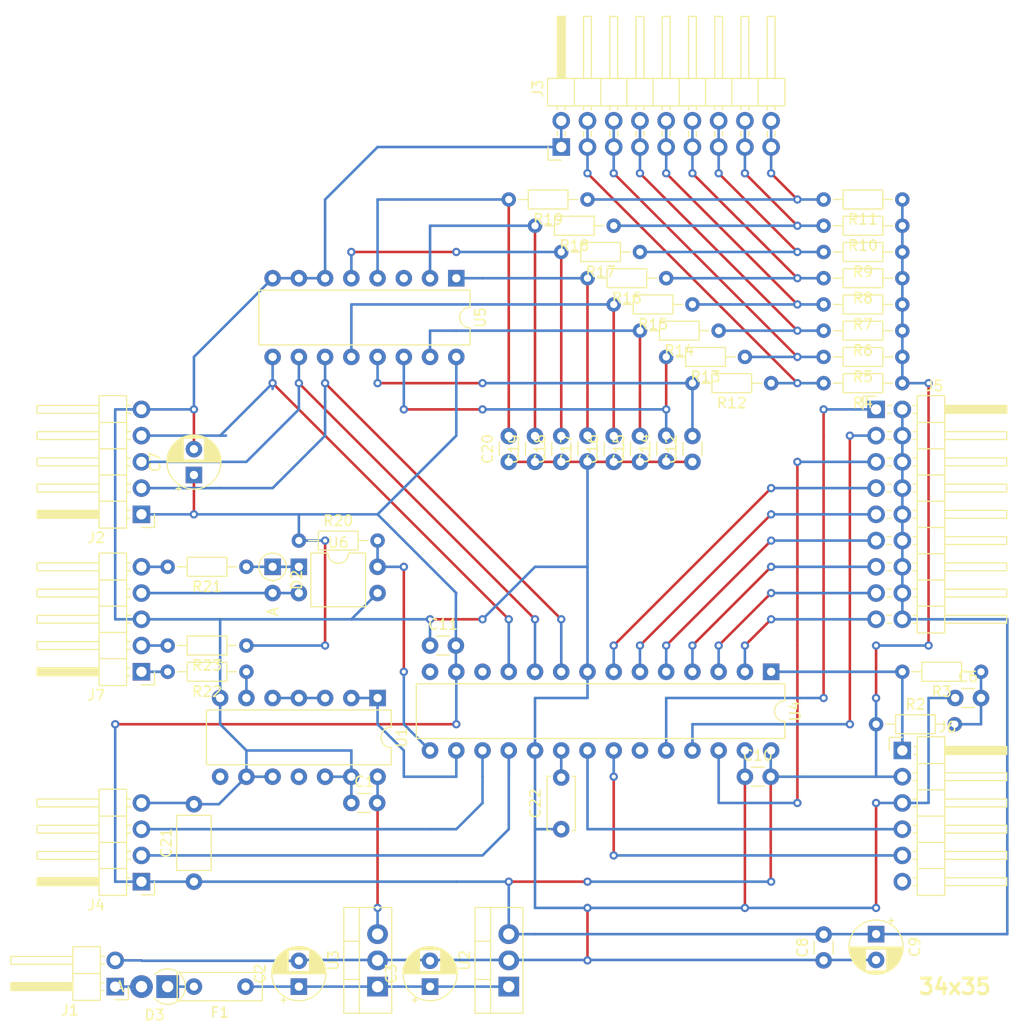
<source format=kicad_pcb>
(kicad_pcb (version 20171130) (host pcbnew 5.1.9-1.fc33)
  (layers (0 F.Cu signal) (1 In1.Cu signal hide) (2 In2.Cu signal) (31 B.Cu signal) (34 B.Paste user) (35 F.Paste user) (36 B.SilkS user) (37 F.SilkS user) (38 B.Mask user) (39 F.Mask user) (44 Edge.Cuts user))
  (net 0 "")
  (net 1 +5V)
  (net 2 GND)
  (net 3 "Net-(C2-Pad1)")
  (net 4 "Net-(C6-Pad2)")
  (net 5 VDD)
  (net 6 "Net-(C12-Pad2)")
  (net 7 "Net-(C14-Pad2)")
  (net 8 "Net-(C15-Pad2)")
  (net 9 "Net-(C16-Pad2)")
  (net 10 "Net-(C17-Pad2)")
  (net 11 "Net-(C18-Pad2)")
  (net 12 "Net-(C19-Pad2)")
  (net 13 "Net-(C20-Pad2)")
  (net 14 "Net-(C22-Pad2)")
  (net 15 "Net-(D2-Pad2)")
  (net 16 "Net-(D2-Pad1)")
  (net 17 "Net-(J2-Pad4)")
  (net 18 "Net-(J2-Pad3)")
  (net 19 "Net-(J2-Pad2)")
  (net 20 "Net-(J3-Pad17)")
  (net 21 "Net-(J3-Pad15)")
  (net 22 "Net-(J3-Pad13)")
  (net 23 "Net-(J3-Pad11)")
  (net 24 "Net-(J3-Pad10)")
  (net 25 "Net-(J3-Pad7)")
  (net 26 "Net-(J3-Pad5)")
  (net 27 "Net-(J3-Pad3)")
  (net 28 "Net-(J4-Pad3)")
  (net 29 "Net-(J4-Pad2)")
  (net 30 "Net-(J5-Pad17)")
  (net 31 "Net-(J5-Pad15)")
  (net 32 "Net-(J5-Pad13)")
  (net 33 "Net-(J5-Pad11)")
  (net 34 "Net-(J5-Pad9)")
  (net 35 "Net-(J5-Pad7)")
  (net 36 "Net-(J5-Pad5)")
  (net 37 "Net-(J5-Pad3)")
  (net 38 "Net-(J5-Pad1)")
  (net 39 "Net-(J6-Pad5)")
  (net 40 "Net-(J6-Pad4)")
  (net 41 "Net-(J6-Pad1)")
  (net 42 "Net-(J7-Pad5)")
  (net 43 "Net-(J7-Pad2)")
  (net 44 "Net-(J7-Pad1)")
  (net 45 "Net-(R20-Pad2)")
  (net 46 "Net-(R22-Pad1)")
  (net 47 "Net-(U1-Pad3)")
  (net 48 "Net-(U1-Pad1)")
  (net 49 "Net-(U4-Pad23)")
  (net 50 "Net-(D3-Pad2)")
  (net 51 "Net-(D3-Pad1)")
  (module Diode_THT:D_DO-41_SOD81_P2.54mm_Vertical_AnodeUp (layer F.Cu) (at 109.22 137.16 180)
    (fp_text reference D3 (at 1.27 -2.750635) (layer F.SilkS))
    (fp_text value 1N4007)
    (fp_text user A (at 4.64 0) (layer F.SilkS))
    (pad 2 thru_hole oval (at 2.54 0 180) (size 2.2 2.2) (drill 1.1) (layers *.Cu *.Mask) (net 50 "Net-(D3-Pad2)"))
    (pad 1 thru_hole rect (at 0 0 180) (size 2.2 2.2) (drill 1.1) (layers *.Cu *.Mask) (net 51 "Net-(D3-Pad1)"))
  )
  (module Package_DIP:DIP-28_W7.62mm (layer F.Cu) (at 167.64 106.68 270)
    (fp_text reference U4 (at 3.81 -2.33 90) (layer F.SilkS))
    (fp_text value PIC32MX110F016B-I_SP)
    (pad 1 thru_hole rect (at 0 0 270) (size 1.6 1.6) (drill 0.8) (layers *.Cu *.Mask) (net 41 "Net-(J6-Pad1)"))
    (pad 15 thru_hole oval (at 7.62 33.02 270) (size 1.6 1.6) (drill 0.8) (layers *.Cu *.Mask) (net 45 "Net-(R20-Pad2)"))
    (pad 2 thru_hole oval (at 0 2.54 270) (size 1.6 1.6) (drill 0.8) (layers *.Cu *.Mask) (net 30 "Net-(J5-Pad17)"))
    (pad 16 thru_hole oval (at 7.62 30.48 270) (size 1.6 1.6) (drill 0.8) (layers *.Cu *.Mask) (net 48 "Net-(U1-Pad1)"))
    (pad 3 thru_hole oval (at 0 5.08 270) (size 1.6 1.6) (drill 0.8) (layers *.Cu *.Mask) (net 31 "Net-(J5-Pad15)"))
    (pad 17 thru_hole oval (at 7.62 27.94 270) (size 1.6 1.6) (drill 0.8) (layers *.Cu *.Mask) (net 28 "Net-(J4-Pad3)"))
    (pad 4 thru_hole oval (at 0 7.62 270) (size 1.6 1.6) (drill 0.8) (layers *.Cu *.Mask) (net 32 "Net-(J5-Pad13)"))
    (pad 18 thru_hole oval (at 7.62 25.4 270) (size 1.6 1.6) (drill 0.8) (layers *.Cu *.Mask) (net 29 "Net-(J4-Pad2)"))
    (pad 5 thru_hole oval (at 0 10.16 270) (size 1.6 1.6) (drill 0.8) (layers *.Cu *.Mask) (net 33 "Net-(J5-Pad11)"))
    (pad 19 thru_hole oval (at 7.62 22.86 270) (size 1.6 1.6) (drill 0.8) (layers *.Cu *.Mask) (net 2 GND))
    (pad 6 thru_hole oval (at 0 12.7 270) (size 1.6 1.6) (drill 0.8) (layers *.Cu *.Mask) (net 34 "Net-(J5-Pad9)"))
    (pad 20 thru_hole oval (at 7.62 20.32 270) (size 1.6 1.6) (drill 0.8) (layers *.Cu *.Mask) (net 14 "Net-(C22-Pad2)"))
    (pad 7 thru_hole oval (at 0 15.24 270) (size 1.6 1.6) (drill 0.8) (layers *.Cu *.Mask) (net 35 "Net-(J5-Pad7)"))
    (pad 21 thru_hole oval (at 7.62 17.78 270) (size 1.6 1.6) (drill 0.8) (layers *.Cu *.Mask) (net 40 "Net-(J6-Pad4)"))
    (pad 8 thru_hole oval (at 0 17.78 270) (size 1.6 1.6) (drill 0.8) (layers *.Cu *.Mask) (net 2 GND))
    (pad 22 thru_hole oval (at 7.62 15.24 270) (size 1.6 1.6) (drill 0.8) (layers *.Cu *.Mask) (net 39 "Net-(J6-Pad5)"))
    (pad 9 thru_hole oval (at 0 20.32 270) (size 1.6 1.6) (drill 0.8) (layers *.Cu *.Mask) (net 19 "Net-(J2-Pad2)"))
    (pad 23 thru_hole oval (at 7.62 12.7 270) (size 1.6 1.6) (drill 0.8) (layers *.Cu *.Mask) (net 49 "Net-(U4-Pad23)"))
    (pad 10 thru_hole oval (at 0 22.86 270) (size 1.6 1.6) (drill 0.8) (layers *.Cu *.Mask) (net 18 "Net-(J2-Pad3)"))
    (pad 24 thru_hole oval (at 7.62 10.16 270) (size 1.6 1.6) (drill 0.8) (layers *.Cu *.Mask) (net 38 "Net-(J5-Pad1)"))
    (pad 11 thru_hole oval (at 0 25.4 270) (size 1.6 1.6) (drill 0.8) (layers *.Cu *.Mask) (net 17 "Net-(J2-Pad4)"))
    (pad 25 thru_hole oval (at 7.62 7.62 270) (size 1.6 1.6) (drill 0.8) (layers *.Cu *.Mask) (net 37 "Net-(J5-Pad3)"))
    (pad 12 thru_hole oval (at 0 27.94 270) (size 1.6 1.6) (drill 0.8) (layers *.Cu *.Mask))
    (pad 26 thru_hole oval (at 7.62 5.08 270) (size 1.6 1.6) (drill 0.8) (layers *.Cu *.Mask) (net 36 "Net-(J5-Pad5)"))
    (pad 13 thru_hole oval (at 0 30.48 270) (size 1.6 1.6) (drill 0.8) (layers *.Cu *.Mask) (net 5 VDD))
    (pad 27 thru_hole oval (at 7.62 2.54 270) (size 1.6 1.6) (drill 0.8) (layers *.Cu *.Mask) (net 2 GND))
    (pad 14 thru_hole oval (at 0 33.02 270) (size 1.6 1.6) (drill 0.8) (layers *.Cu *.Mask))
    (pad 28 thru_hole oval (at 7.62 0 270) (size 1.6 1.6) (drill 0.8) (layers *.Cu *.Mask) (net 5 VDD))
  )
  (module Diode_THT:D_DO-35_SOD27_P2.54mm_Vertical_AnodeUp (layer F.Cu) (at 119.38 96.52 270)
    (fp_text reference D2 (at 1.27 -2.326371 270) (layer F.SilkS))
    (fp_text value 1SS178)
    (fp_text user A (at 4.34 0 270) (layer F.SilkS))
    (pad 2 thru_hole oval (at 2.54 0 270) (size 1.6 1.6) (drill 0.8) (layers *.Cu *.Mask) (net 15 "Net-(D2-Pad2)"))
    (pad 1 thru_hole rect (at 0 0 270) (size 1.6 1.6) (drill 0.8) (layers *.Cu *.Mask) (net 16 "Net-(D2-Pad1)"))
  )
  (module Capacitor_THT:C_Axial_L5.1mm_D3.1mm_P7.50mm_Horizontal (layer F.Cu) (at 111.76 127 90)
    (fp_text reference C21 (at 3.75 -2.67 90) (layer F.SilkS))
    (fp_text value 10u)
    (pad 2 thru_hole oval (at 7.5 0 90) (size 1.6 1.6) (drill 0.8) (layers *.Cu *.Mask) (net 2 GND))
    (pad 1 thru_hole circle (at 0 0 90) (size 1.6 1.6) (drill 0.8) (layers *.Cu *.Mask) (net 5 VDD))
  )
  (module Connector_PinHeader_2.54mm:PinHeader_1x06_P2.54mm_Horizontal (layer F.Cu) (at 180.34 114.3)
    (fp_text reference J6 (at 4.385 -2.27) (layer F.SilkS))
    (fp_text value Conn_PIC_ICSP_ICD)
    (pad 1 thru_hole rect (at 0 0) (size 1.7 1.7) (drill 1) (layers *.Cu *.Mask) (net 41 "Net-(J6-Pad1)"))
    (pad 2 thru_hole oval (at 0 2.54) (size 1.7 1.7) (drill 1) (layers *.Cu *.Mask) (net 5 VDD))
    (pad 3 thru_hole oval (at 0 5.08) (size 1.7 1.7) (drill 1) (layers *.Cu *.Mask) (net 2 GND))
    (pad 4 thru_hole oval (at 0 7.62) (size 1.7 1.7) (drill 1) (layers *.Cu *.Mask) (net 40 "Net-(J6-Pad4)"))
    (pad 5 thru_hole oval (at 0 10.16) (size 1.7 1.7) (drill 1) (layers *.Cu *.Mask) (net 39 "Net-(J6-Pad5)"))
    (pad 6 thru_hole oval (at 0 12.7) (size 1.7 1.7) (drill 1) (layers *.Cu *.Mask))
  )
  (module Package_TO_SOT_THT:TO-220-3_Vertical (layer F.Cu) (at 129.54 137.16 90)
    (fp_text reference U3 (at 2.54 -4.27 90) (layer F.SilkS))
    (fp_text value BP5293-50)
    (pad 3 thru_hole oval (at 5.08 0 90) (size 1.905 2) (drill 1.1) (layers *.Cu *.Mask) (net 1 +5V))
    (pad 2 thru_hole oval (at 2.54 0 90) (size 1.905 2) (drill 1.1) (layers *.Cu *.Mask) (net 2 GND))
    (pad 1 thru_hole rect (at 0 0 90) (size 1.905 2) (drill 1.1) (layers *.Cu *.Mask) (net 3 "Net-(C2-Pad1)"))
  )
  (module Package_TO_SOT_THT:TO-220-3_Vertical (layer F.Cu) (at 142.24 137.16 90)
    (fp_text reference U2 (at 2.54 -4.27 90) (layer F.SilkS))
    (fp_text value BP5293-33)
    (pad 3 thru_hole oval (at 5.08 0 90) (size 1.905 2) (drill 1.1) (layers *.Cu *.Mask) (net 5 VDD))
    (pad 2 thru_hole oval (at 2.54 0 90) (size 1.905 2) (drill 1.1) (layers *.Cu *.Mask) (net 2 GND))
    (pad 1 thru_hole rect (at 0 0 90) (size 1.905 2) (drill 1.1) (layers *.Cu *.Mask) (net 3 "Net-(C2-Pad1)"))
  )
  (module Package_DIP:DIP-4_W7.62mm (layer F.Cu) (at 121.92 96.52)
    (fp_text reference U6 (at 3.81 -2.33) (layer F.SilkS))
    (fp_text value TLP785)
    (pad 4 thru_hole oval (at 7.62 0) (size 1.6 1.6) (drill 0.8) (layers *.Cu *.Mask) (net 45 "Net-(R20-Pad2)"))
    (pad 2 thru_hole oval (at 0 2.54) (size 1.6 1.6) (drill 0.8) (layers *.Cu *.Mask) (net 15 "Net-(D2-Pad2)"))
    (pad 3 thru_hole oval (at 7.62 2.54) (size 1.6 1.6) (drill 0.8) (layers *.Cu *.Mask) (net 2 GND))
    (pad 1 thru_hole rect (at 0 0) (size 1.6 1.6) (drill 0.8) (layers *.Cu *.Mask) (net 16 "Net-(D2-Pad1)"))
  )
  (module Package_DIP:DIP-16_W7.62mm (layer F.Cu) (at 137.16 68.58 270)
    (fp_text reference U5 (at 3.81 -2.33 90) (layer F.SilkS))
    (fp_text value 4051)
    (pad 16 thru_hole oval (at 7.62 0 270) (size 1.6 1.6) (drill 0.8) (layers *.Cu *.Mask) (net 5 VDD))
    (pad 8 thru_hole oval (at 0 17.78 270) (size 1.6 1.6) (drill 0.8) (layers *.Cu *.Mask) (net 2 GND))
    (pad 15 thru_hole oval (at 7.62 2.54 270) (size 1.6 1.6) (drill 0.8) (layers *.Cu *.Mask) (net 8 "Net-(C15-Pad2)"))
    (pad 7 thru_hole oval (at 0 15.24 270) (size 1.6 1.6) (drill 0.8) (layers *.Cu *.Mask) (net 2 GND))
    (pad 14 thru_hole oval (at 7.62 5.08 270) (size 1.6 1.6) (drill 0.8) (layers *.Cu *.Mask) (net 7 "Net-(C14-Pad2)"))
    (pad 6 thru_hole oval (at 0 12.7 270) (size 1.6 1.6) (drill 0.8) (layers *.Cu *.Mask) (net 2 GND))
    (pad 13 thru_hole oval (at 7.62 7.62 270) (size 1.6 1.6) (drill 0.8) (layers *.Cu *.Mask) (net 6 "Net-(C12-Pad2)"))
    (pad 5 thru_hole oval (at 0 10.16 270) (size 1.6 1.6) (drill 0.8) (layers *.Cu *.Mask) (net 11 "Net-(C18-Pad2)"))
    (pad 12 thru_hole oval (at 7.62 10.16 270) (size 1.6 1.6) (drill 0.8) (layers *.Cu *.Mask) (net 9 "Net-(C16-Pad2)"))
    (pad 4 thru_hole oval (at 0 7.62 270) (size 1.6 1.6) (drill 0.8) (layers *.Cu *.Mask) (net 13 "Net-(C20-Pad2)"))
    (pad 11 thru_hole oval (at 7.62 12.7 270) (size 1.6 1.6) (drill 0.8) (layers *.Cu *.Mask) (net 19 "Net-(J2-Pad2)"))
    (pad 3 thru_hole oval (at 0 5.08 270) (size 1.6 1.6) (drill 0.8) (layers *.Cu *.Mask) (net 49 "Net-(U4-Pad23)"))
    (pad 10 thru_hole oval (at 7.62 15.24 270) (size 1.6 1.6) (drill 0.8) (layers *.Cu *.Mask) (net 18 "Net-(J2-Pad3)"))
    (pad 2 thru_hole oval (at 0 2.54 270) (size 1.6 1.6) (drill 0.8) (layers *.Cu *.Mask) (net 12 "Net-(C19-Pad2)"))
    (pad 9 thru_hole oval (at 7.62 17.78 270) (size 1.6 1.6) (drill 0.8) (layers *.Cu *.Mask) (net 17 "Net-(J2-Pad4)"))
    (pad 1 thru_hole rect (at 0 0 270) (size 1.6 1.6) (drill 0.8) (layers *.Cu *.Mask) (net 10 "Net-(C17-Pad2)"))
  )
  (module Package_DIP:DIP-14_W7.62mm (layer F.Cu) (at 129.54 109.22 270)
    (fp_text reference U1 (at 3.81 -2.33 90) (layer F.SilkS))
    (fp_text value 74HC00)
    (pad 1 thru_hole rect (at 0 0 270) (size 1.6 1.6) (drill 0.8) (layers *.Cu *.Mask) (net 48 "Net-(U1-Pad1)"))
    (pad 8 thru_hole oval (at 7.62 15.24 270) (size 1.6 1.6) (drill 0.8) (layers *.Cu *.Mask))
    (pad 2 thru_hole oval (at 0 2.54 270) (size 1.6 1.6) (drill 0.8) (layers *.Cu *.Mask) (net 48 "Net-(U1-Pad1)"))
    (pad 9 thru_hole oval (at 7.62 12.7 270) (size 1.6 1.6) (drill 0.8) (layers *.Cu *.Mask) (net 2 GND))
    (pad 3 thru_hole oval (at 0 5.08 270) (size 1.6 1.6) (drill 0.8) (layers *.Cu *.Mask) (net 47 "Net-(U1-Pad3)"))
    (pad 10 thru_hole oval (at 7.62 10.16 270) (size 1.6 1.6) (drill 0.8) (layers *.Cu *.Mask) (net 2 GND))
    (pad 4 thru_hole oval (at 0 7.62 270) (size 1.6 1.6) (drill 0.8) (layers *.Cu *.Mask) (net 47 "Net-(U1-Pad3)"))
    (pad 11 thru_hole oval (at 7.62 7.62 270) (size 1.6 1.6) (drill 0.8) (layers *.Cu *.Mask))
    (pad 5 thru_hole oval (at 0 10.16 270) (size 1.6 1.6) (drill 0.8) (layers *.Cu *.Mask) (net 47 "Net-(U1-Pad3)"))
    (pad 12 thru_hole oval (at 7.62 5.08 270) (size 1.6 1.6) (drill 0.8) (layers *.Cu *.Mask) (net 2 GND))
    (pad 6 thru_hole oval (at 0 12.7 270) (size 1.6 1.6) (drill 0.8) (layers *.Cu *.Mask) (net 46 "Net-(R22-Pad1)"))
    (pad 13 thru_hole oval (at 7.62 2.54 270) (size 1.6 1.6) (drill 0.8) (layers *.Cu *.Mask) (net 2 GND))
    (pad 7 thru_hole oval (at 0 15.24 270) (size 1.6 1.6) (drill 0.8) (layers *.Cu *.Mask) (net 2 GND))
    (pad 14 thru_hole oval (at 7.62 0 270) (size 1.6 1.6) (drill 0.8) (layers *.Cu *.Mask) (net 1 +5V))
  )
  (module Resistor_THT:R_Axial_DIN0204_L3.6mm_D1.6mm_P7.62mm_Horizontal (layer F.Cu) (at 116.84 104.14 180)
    (fp_text reference R23 (at 3.81 -1.92) (layer F.SilkS))
    (fp_text value 220)
    (pad 2 thru_hole oval (at 7.62 0 180) (size 1.4 1.4) (drill 0.7) (layers *.Cu *.Mask) (net 43 "Net-(J7-Pad2)"))
    (pad 1 thru_hole circle (at 0 0 180) (size 1.4 1.4) (drill 0.7) (layers *.Cu *.Mask) (net 5 VDD))
  )
  (module Resistor_THT:R_Axial_DIN0204_L3.6mm_D1.6mm_P7.62mm_Horizontal (layer F.Cu) (at 116.84 106.68 180)
    (fp_text reference R22 (at 3.81 -1.92) (layer F.SilkS))
    (fp_text value 220)
    (pad 2 thru_hole oval (at 7.62 0 180) (size 1.4 1.4) (drill 0.7) (layers *.Cu *.Mask) (net 44 "Net-(J7-Pad1)"))
    (pad 1 thru_hole circle (at 0 0 180) (size 1.4 1.4) (drill 0.7) (layers *.Cu *.Mask) (net 46 "Net-(R22-Pad1)"))
  )
  (module Resistor_THT:R_Axial_DIN0204_L3.6mm_D1.6mm_P7.62mm_Horizontal (layer F.Cu) (at 116.84 96.52 180)
    (fp_text reference R21 (at 3.81 -1.92) (layer F.SilkS))
    (fp_text value 220)
    (pad 2 thru_hole oval (at 7.62 0 180) (size 1.4 1.4) (drill 0.7) (layers *.Cu *.Mask) (net 42 "Net-(J7-Pad5)"))
    (pad 1 thru_hole circle (at 0 0 180) (size 1.4 1.4) (drill 0.7) (layers *.Cu *.Mask) (net 16 "Net-(D2-Pad1)"))
  )
  (module Resistor_THT:R_Axial_DIN0204_L3.6mm_D1.6mm_P7.62mm_Horizontal (layer F.Cu) (at 121.92 93.98)
    (fp_text reference R20 (at 3.81 -1.92) (layer F.SilkS))
    (fp_text value 220)
    (pad 2 thru_hole oval (at 7.62 0) (size 1.4 1.4) (drill 0.7) (layers *.Cu *.Mask) (net 45 "Net-(R20-Pad2)"))
    (pad 1 thru_hole circle (at 0 0) (size 1.4 1.4) (drill 0.7) (layers *.Cu *.Mask) (net 5 VDD))
  )
  (module Resistor_THT:R_Axial_DIN0204_L3.6mm_D1.6mm_P7.62mm_Horizontal (layer F.Cu) (at 149.86 60.96 180)
    (fp_text reference R19 (at 3.81 -1.92) (layer F.SilkS))
    (fp_text value 10k)
    (pad 2 thru_hole oval (at 7.62 0 180) (size 1.4 1.4) (drill 0.7) (layers *.Cu *.Mask) (net 13 "Net-(C20-Pad2)"))
    (pad 1 thru_hole circle (at 0 0 180) (size 1.4 1.4) (drill 0.7) (layers *.Cu *.Mask) (net 20 "Net-(J3-Pad17)"))
  )
  (module Resistor_THT:R_Axial_DIN0204_L3.6mm_D1.6mm_P7.62mm_Horizontal (layer F.Cu) (at 152.4 63.5 180)
    (fp_text reference R18 (at 3.81 -1.92) (layer F.SilkS))
    (fp_text value 10k)
    (pad 2 thru_hole oval (at 7.62 0 180) (size 1.4 1.4) (drill 0.7) (layers *.Cu *.Mask) (net 12 "Net-(C19-Pad2)"))
    (pad 1 thru_hole circle (at 0 0 180) (size 1.4 1.4) (drill 0.7) (layers *.Cu *.Mask) (net 21 "Net-(J3-Pad15)"))
  )
  (module Resistor_THT:R_Axial_DIN0204_L3.6mm_D1.6mm_P7.62mm_Horizontal (layer F.Cu) (at 154.94 66.04 180)
    (fp_text reference R17 (at 3.81 -1.92) (layer F.SilkS))
    (fp_text value 10k)
    (pad 2 thru_hole oval (at 7.62 0 180) (size 1.4 1.4) (drill 0.7) (layers *.Cu *.Mask) (net 11 "Net-(C18-Pad2)"))
    (pad 1 thru_hole circle (at 0 0 180) (size 1.4 1.4) (drill 0.7) (layers *.Cu *.Mask) (net 22 "Net-(J3-Pad13)"))
  )
  (module Resistor_THT:R_Axial_DIN0204_L3.6mm_D1.6mm_P7.62mm_Horizontal (layer F.Cu) (at 157.48 68.58 180)
    (fp_text reference R16 (at 3.81 -1.92) (layer F.SilkS))
    (fp_text value 10k)
    (pad 2 thru_hole oval (at 7.62 0 180) (size 1.4 1.4) (drill 0.7) (layers *.Cu *.Mask) (net 10 "Net-(C17-Pad2)"))
    (pad 1 thru_hole circle (at 0 0 180) (size 1.4 1.4) (drill 0.7) (layers *.Cu *.Mask) (net 23 "Net-(J3-Pad11)"))
  )
  (module Resistor_THT:R_Axial_DIN0204_L3.6mm_D1.6mm_P7.62mm_Horizontal (layer F.Cu) (at 160.02 71.12 180)
    (fp_text reference R15 (at 3.81 -1.92) (layer F.SilkS))
    (fp_text value 10k)
    (pad 2 thru_hole oval (at 7.62 0 180) (size 1.4 1.4) (drill 0.7) (layers *.Cu *.Mask) (net 9 "Net-(C16-Pad2)"))
    (pad 1 thru_hole circle (at 0 0 180) (size 1.4 1.4) (drill 0.7) (layers *.Cu *.Mask) (net 24 "Net-(J3-Pad10)"))
  )
  (module Resistor_THT:R_Axial_DIN0204_L3.6mm_D1.6mm_P7.62mm_Horizontal (layer F.Cu) (at 162.56 73.66 180)
    (fp_text reference R14 (at 3.81 -1.92) (layer F.SilkS))
    (fp_text value 10k)
    (pad 2 thru_hole oval (at 7.62 0 180) (size 1.4 1.4) (drill 0.7) (layers *.Cu *.Mask) (net 8 "Net-(C15-Pad2)"))
    (pad 1 thru_hole circle (at 0 0 180) (size 1.4 1.4) (drill 0.7) (layers *.Cu *.Mask) (net 25 "Net-(J3-Pad7)"))
  )
  (module Resistor_THT:R_Axial_DIN0204_L3.6mm_D1.6mm_P7.62mm_Horizontal (layer F.Cu) (at 165.1 76.2 180)
    (fp_text reference R13 (at 3.81 -1.92) (layer F.SilkS))
    (fp_text value 10k)
    (pad 2 thru_hole oval (at 7.62 0 180) (size 1.4 1.4) (drill 0.7) (layers *.Cu *.Mask) (net 7 "Net-(C14-Pad2)"))
    (pad 1 thru_hole circle (at 0 0 180) (size 1.4 1.4) (drill 0.7) (layers *.Cu *.Mask) (net 26 "Net-(J3-Pad5)"))
  )
  (module Resistor_THT:R_Axial_DIN0204_L3.6mm_D1.6mm_P7.62mm_Horizontal (layer F.Cu) (at 167.64 78.74 180)
    (fp_text reference R12 (at 3.81 -1.92) (layer F.SilkS))
    (fp_text value 10k)
    (pad 2 thru_hole oval (at 7.62 0 180) (size 1.4 1.4) (drill 0.7) (layers *.Cu *.Mask) (net 6 "Net-(C12-Pad2)"))
    (pad 1 thru_hole circle (at 0 0 180) (size 1.4 1.4) (drill 0.7) (layers *.Cu *.Mask) (net 27 "Net-(J3-Pad3)"))
  )
  (module Resistor_THT:R_Axial_DIN0204_L3.6mm_D1.6mm_P7.62mm_Horizontal (layer F.Cu) (at 180.34 60.96 180)
    (fp_text reference R11 (at 3.81 -1.92) (layer F.SilkS))
    (fp_text value 10k)
    (pad 2 thru_hole oval (at 7.62 0 180) (size 1.4 1.4) (drill 0.7) (layers *.Cu *.Mask) (net 20 "Net-(J3-Pad17)"))
    (pad 1 thru_hole circle (at 0 0 180) (size 1.4 1.4) (drill 0.7) (layers *.Cu *.Mask) (net 5 VDD))
  )
  (module Resistor_THT:R_Axial_DIN0204_L3.6mm_D1.6mm_P7.62mm_Horizontal (layer F.Cu) (at 180.34 63.5 180)
    (fp_text reference R10 (at 3.81 -1.92) (layer F.SilkS))
    (fp_text value 10k)
    (pad 2 thru_hole oval (at 7.62 0 180) (size 1.4 1.4) (drill 0.7) (layers *.Cu *.Mask) (net 21 "Net-(J3-Pad15)"))
    (pad 1 thru_hole circle (at 0 0 180) (size 1.4 1.4) (drill 0.7) (layers *.Cu *.Mask) (net 5 VDD))
  )
  (module Resistor_THT:R_Axial_DIN0204_L3.6mm_D1.6mm_P7.62mm_Horizontal (layer F.Cu) (at 180.34 66.04 180)
    (fp_text reference R9 (at 3.81 -1.92) (layer F.SilkS))
    (fp_text value 10k)
    (pad 2 thru_hole oval (at 7.62 0 180) (size 1.4 1.4) (drill 0.7) (layers *.Cu *.Mask) (net 22 "Net-(J3-Pad13)"))
    (pad 1 thru_hole circle (at 0 0 180) (size 1.4 1.4) (drill 0.7) (layers *.Cu *.Mask) (net 5 VDD))
  )
  (module Resistor_THT:R_Axial_DIN0204_L3.6mm_D1.6mm_P7.62mm_Horizontal (layer F.Cu) (at 180.34 68.58 180)
    (fp_text reference R8 (at 3.81 -1.92) (layer F.SilkS))
    (fp_text value 10k)
    (pad 2 thru_hole oval (at 7.62 0 180) (size 1.4 1.4) (drill 0.7) (layers *.Cu *.Mask) (net 23 "Net-(J3-Pad11)"))
    (pad 1 thru_hole circle (at 0 0 180) (size 1.4 1.4) (drill 0.7) (layers *.Cu *.Mask) (net 5 VDD))
  )
  (module Resistor_THT:R_Axial_DIN0204_L3.6mm_D1.6mm_P7.62mm_Horizontal (layer F.Cu) (at 180.34 71.12 180)
    (fp_text reference R7 (at 3.81 -1.92) (layer F.SilkS))
    (fp_text value 10k)
    (pad 2 thru_hole oval (at 7.62 0 180) (size 1.4 1.4) (drill 0.7) (layers *.Cu *.Mask) (net 24 "Net-(J3-Pad10)"))
    (pad 1 thru_hole circle (at 0 0 180) (size 1.4 1.4) (drill 0.7) (layers *.Cu *.Mask) (net 5 VDD))
  )
  (module Resistor_THT:R_Axial_DIN0204_L3.6mm_D1.6mm_P7.62mm_Horizontal (layer F.Cu) (at 180.34 73.66 180)
    (fp_text reference R6 (at 3.81 -1.92) (layer F.SilkS))
    (fp_text value 10k)
    (pad 2 thru_hole oval (at 7.62 0 180) (size 1.4 1.4) (drill 0.7) (layers *.Cu *.Mask) (net 25 "Net-(J3-Pad7)"))
    (pad 1 thru_hole circle (at 0 0 180) (size 1.4 1.4) (drill 0.7) (layers *.Cu *.Mask) (net 5 VDD))
  )
  (module Resistor_THT:R_Axial_DIN0204_L3.6mm_D1.6mm_P7.62mm_Horizontal (layer F.Cu) (at 180.34 76.2 180)
    (fp_text reference R5 (at 3.81 -1.92) (layer F.SilkS))
    (fp_text value 10k)
    (pad 2 thru_hole oval (at 7.62 0 180) (size 1.4 1.4) (drill 0.7) (layers *.Cu *.Mask) (net 26 "Net-(J3-Pad5)"))
    (pad 1 thru_hole circle (at 0 0 180) (size 1.4 1.4) (drill 0.7) (layers *.Cu *.Mask) (net 5 VDD))
  )
  (module Resistor_THT:R_Axial_DIN0204_L3.6mm_D1.6mm_P7.62mm_Horizontal (layer F.Cu) (at 180.34 78.74 180)
    (fp_text reference R4 (at 3.81 -1.92) (layer F.SilkS))
    (fp_text value 10k)
    (pad 2 thru_hole oval (at 7.62 0 180) (size 1.4 1.4) (drill 0.7) (layers *.Cu *.Mask) (net 27 "Net-(J3-Pad3)"))
    (pad 1 thru_hole circle (at 0 0 180) (size 1.4 1.4) (drill 0.7) (layers *.Cu *.Mask) (net 5 VDD))
  )
  (module Resistor_THT:R_Axial_DIN0204_L3.6mm_D1.6mm_P7.62mm_Horizontal (layer F.Cu) (at 187.96 106.68 180)
    (fp_text reference R3 (at 3.81 -1.92) (layer F.SilkS))
    (fp_text value 1k)
    (pad 2 thru_hole oval (at 7.62 0 180) (size 1.4 1.4) (drill 0.7) (layers *.Cu *.Mask) (net 41 "Net-(J6-Pad1)"))
    (pad 1 thru_hole circle (at 0 0 180) (size 1.4 1.4) (drill 0.7) (layers *.Cu *.Mask) (net 4 "Net-(C6-Pad2)"))
  )
  (module Resistor_THT:R_Axial_DIN0204_L3.6mm_D1.6mm_P7.62mm_Horizontal (layer F.Cu) (at 177.8 111.76)
    (fp_text reference R2 (at 3.81 -1.92) (layer F.SilkS))
    (fp_text value 10k)
    (pad 2 thru_hole oval (at 7.62 0) (size 1.4 1.4) (drill 0.7) (layers *.Cu *.Mask) (net 4 "Net-(C6-Pad2)"))
    (pad 1 thru_hole circle (at 0 0) (size 1.4 1.4) (drill 0.7) (layers *.Cu *.Mask) (net 5 VDD))
  )
  (module Connector_PinHeader_2.54mm:PinHeader_1x05_P2.54mm_Horizontal (layer F.Cu) (at 106.68 106.68 180)
    (fp_text reference J7 (at 4.385 -2.27) (layer F.SilkS))
    (fp_text value Conn_01x05_Male)
    (pad 5 thru_hole oval (at 0 10.16 180) (size 1.7 1.7) (drill 1) (layers *.Cu *.Mask) (net 42 "Net-(J7-Pad5)"))
    (pad 4 thru_hole oval (at 0 7.62 180) (size 1.7 1.7) (drill 1) (layers *.Cu *.Mask) (net 15 "Net-(D2-Pad2)"))
    (pad 3 thru_hole oval (at 0 5.08 180) (size 1.7 1.7) (drill 1) (layers *.Cu *.Mask) (net 2 GND))
    (pad 2 thru_hole oval (at 0 2.54 180) (size 1.7 1.7) (drill 1) (layers *.Cu *.Mask) (net 43 "Net-(J7-Pad2)"))
    (pad 1 thru_hole rect (at 0 0 180) (size 1.7 1.7) (drill 1) (layers *.Cu *.Mask) (net 44 "Net-(J7-Pad1)"))
  )
  (module Connector_PinHeader_2.54mm:PinHeader_2x09_P2.54mm_Horizontal (layer F.Cu) (at 177.8 81.28)
    (fp_text reference J5 (at 5.655 -2.27) (layer F.SilkS))
    (fp_text value Conn_02x09_Odd_Even)
    (pad 1 thru_hole rect (at 0 0) (size 1.7 1.7) (drill 1) (layers *.Cu *.Mask) (net 38 "Net-(J5-Pad1)"))
    (pad 2 thru_hole oval (at 2.54 0) (size 1.7 1.7) (drill 1) (layers *.Cu *.Mask) (net 5 VDD))
    (pad 3 thru_hole oval (at 0 2.54) (size 1.7 1.7) (drill 1) (layers *.Cu *.Mask) (net 37 "Net-(J5-Pad3)"))
    (pad 4 thru_hole oval (at 2.54 2.54) (size 1.7 1.7) (drill 1) (layers *.Cu *.Mask) (net 5 VDD))
    (pad 5 thru_hole oval (at 0 5.08) (size 1.7 1.7) (drill 1) (layers *.Cu *.Mask) (net 36 "Net-(J5-Pad5)"))
    (pad 6 thru_hole oval (at 2.54 5.08) (size 1.7 1.7) (drill 1) (layers *.Cu *.Mask) (net 5 VDD))
    (pad 7 thru_hole oval (at 0 7.62) (size 1.7 1.7) (drill 1) (layers *.Cu *.Mask) (net 35 "Net-(J5-Pad7)"))
    (pad 8 thru_hole oval (at 2.54 7.62) (size 1.7 1.7) (drill 1) (layers *.Cu *.Mask) (net 5 VDD))
    (pad 9 thru_hole oval (at 0 10.16) (size 1.7 1.7) (drill 1) (layers *.Cu *.Mask) (net 34 "Net-(J5-Pad9)"))
    (pad 10 thru_hole oval (at 2.54 10.16) (size 1.7 1.7) (drill 1) (layers *.Cu *.Mask) (net 5 VDD))
    (pad 11 thru_hole oval (at 0 12.7) (size 1.7 1.7) (drill 1) (layers *.Cu *.Mask) (net 33 "Net-(J5-Pad11)"))
    (pad 12 thru_hole oval (at 2.54 12.7) (size 1.7 1.7) (drill 1) (layers *.Cu *.Mask) (net 5 VDD))
    (pad 13 thru_hole oval (at 0 15.24) (size 1.7 1.7) (drill 1) (layers *.Cu *.Mask) (net 32 "Net-(J5-Pad13)"))
    (pad 14 thru_hole oval (at 2.54 15.24) (size 1.7 1.7) (drill 1) (layers *.Cu *.Mask) (net 5 VDD))
    (pad 15 thru_hole oval (at 0 17.78) (size 1.7 1.7) (drill 1) (layers *.Cu *.Mask) (net 31 "Net-(J5-Pad15)"))
    (pad 16 thru_hole oval (at 2.54 17.78) (size 1.7 1.7) (drill 1) (layers *.Cu *.Mask) (net 5 VDD))
    (pad 17 thru_hole oval (at 0 20.32) (size 1.7 1.7) (drill 1) (layers *.Cu *.Mask) (net 30 "Net-(J5-Pad17)"))
    (pad 18 thru_hole oval (at 2.54 20.32) (size 1.7 1.7) (drill 1) (layers *.Cu *.Mask) (net 5 VDD))
  )
  (module Connector_PinHeader_2.54mm:PinHeader_1x04_P2.54mm_Horizontal (layer F.Cu) (at 106.68 127 180)
    (fp_text reference J4 (at 4.385 -2.27) (layer F.SilkS))
    (fp_text value Conn_01x04_Male)
    (pad 4 thru_hole oval (at 0 7.62 180) (size 1.7 1.7) (drill 1) (layers *.Cu *.Mask) (net 2 GND))
    (pad 3 thru_hole oval (at 0 5.08 180) (size 1.7 1.7) (drill 1) (layers *.Cu *.Mask) (net 28 "Net-(J4-Pad3)"))
    (pad 2 thru_hole oval (at 0 2.54 180) (size 1.7 1.7) (drill 1) (layers *.Cu *.Mask) (net 29 "Net-(J4-Pad2)"))
    (pad 1 thru_hole rect (at 0 0 180) (size 1.7 1.7) (drill 1) (layers *.Cu *.Mask) (net 5 VDD))
  )
  (module Connector_PinHeader_2.54mm:PinHeader_2x09_P2.54mm_Horizontal (layer F.Cu) (at 147.32 55.88 90)
    (fp_text reference J3 (at 5.655 -2.27 90) (layer F.SilkS))
    (fp_text value Conn_02x09_Odd_Even)
    (pad 18 thru_hole oval (at 2.54 20.32 90) (size 1.7 1.7) (drill 1) (layers *.Cu *.Mask) (net 20 "Net-(J3-Pad17)"))
    (pad 17 thru_hole oval (at 0 20.32 90) (size 1.7 1.7) (drill 1) (layers *.Cu *.Mask) (net 20 "Net-(J3-Pad17)"))
    (pad 16 thru_hole oval (at 2.54 17.78 90) (size 1.7 1.7) (drill 1) (layers *.Cu *.Mask) (net 21 "Net-(J3-Pad15)"))
    (pad 15 thru_hole oval (at 0 17.78 90) (size 1.7 1.7) (drill 1) (layers *.Cu *.Mask) (net 21 "Net-(J3-Pad15)"))
    (pad 14 thru_hole oval (at 2.54 15.24 90) (size 1.7 1.7) (drill 1) (layers *.Cu *.Mask) (net 22 "Net-(J3-Pad13)"))
    (pad 13 thru_hole oval (at 0 15.24 90) (size 1.7 1.7) (drill 1) (layers *.Cu *.Mask) (net 22 "Net-(J3-Pad13)"))
    (pad 12 thru_hole oval (at 2.54 12.7 90) (size 1.7 1.7) (drill 1) (layers *.Cu *.Mask) (net 23 "Net-(J3-Pad11)"))
    (pad 11 thru_hole oval (at 0 12.7 90) (size 1.7 1.7) (drill 1) (layers *.Cu *.Mask) (net 23 "Net-(J3-Pad11)"))
    (pad 10 thru_hole oval (at 2.54 10.16 90) (size 1.7 1.7) (drill 1) (layers *.Cu *.Mask) (net 24 "Net-(J3-Pad10)"))
    (pad 9 thru_hole oval (at 0 10.16 90) (size 1.7 1.7) (drill 1) (layers *.Cu *.Mask) (net 24 "Net-(J3-Pad10)"))
    (pad 8 thru_hole oval (at 2.54 7.62 90) (size 1.7 1.7) (drill 1) (layers *.Cu *.Mask) (net 25 "Net-(J3-Pad7)"))
    (pad 7 thru_hole oval (at 0 7.62 90) (size 1.7 1.7) (drill 1) (layers *.Cu *.Mask) (net 25 "Net-(J3-Pad7)"))
    (pad 6 thru_hole oval (at 2.54 5.08 90) (size 1.7 1.7) (drill 1) (layers *.Cu *.Mask) (net 26 "Net-(J3-Pad5)"))
    (pad 5 thru_hole oval (at 0 5.08 90) (size 1.7 1.7) (drill 1) (layers *.Cu *.Mask) (net 26 "Net-(J3-Pad5)"))
    (pad 4 thru_hole oval (at 2.54 2.54 90) (size 1.7 1.7) (drill 1) (layers *.Cu *.Mask) (net 27 "Net-(J3-Pad3)"))
    (pad 3 thru_hole oval (at 0 2.54 90) (size 1.7 1.7) (drill 1) (layers *.Cu *.Mask) (net 27 "Net-(J3-Pad3)"))
    (pad 2 thru_hole oval (at 2.54 0 90) (size 1.7 1.7) (drill 1) (layers *.Cu *.Mask) (net 2 GND))
    (pad 1 thru_hole rect (at 0 0 90) (size 1.7 1.7) (drill 1) (layers *.Cu *.Mask) (net 2 GND))
  )
  (module Connector_PinHeader_2.54mm:PinHeader_1x05_P2.54mm_Horizontal (layer F.Cu) (at 106.68 91.44 180)
    (fp_text reference J2 (at 4.385 -2.27) (layer F.SilkS))
    (fp_text value Conn_01x05_Male)
    (pad 5 thru_hole oval (at 0 10.16 180) (size 1.7 1.7) (drill 1) (layers *.Cu *.Mask) (net 2 GND))
    (pad 4 thru_hole oval (at 0 7.62 180) (size 1.7 1.7) (drill 1) (layers *.Cu *.Mask) (net 17 "Net-(J2-Pad4)"))
    (pad 3 thru_hole oval (at 0 5.08 180) (size 1.7 1.7) (drill 1) (layers *.Cu *.Mask) (net 18 "Net-(J2-Pad3)"))
    (pad 2 thru_hole oval (at 0 2.54 180) (size 1.7 1.7) (drill 1) (layers *.Cu *.Mask) (net 19 "Net-(J2-Pad2)"))
    (pad 1 thru_hole rect (at 0 0 180) (size 1.7 1.7) (drill 1) (layers *.Cu *.Mask) (net 5 VDD))
  )
  (module Connector_PinHeader_2.54mm:PinHeader_1x02_P2.54mm_Horizontal (layer F.Cu) (at 104.14 137.16 180)
    (fp_text reference J1 (at 4.385 -2.27) (layer F.SilkS))
    (fp_text value Conn_01x02_Male)
    (pad 2 thru_hole oval (at 0 2.54 180) (size 1.7 1.7) (drill 1) (layers *.Cu *.Mask) (net 2 GND))
    (pad 1 thru_hole rect (at 0 0 180) (size 1.7 1.7) (drill 1) (layers *.Cu *.Mask) (net 50 "Net-(D3-Pad2)"))
  )
  (module Capacitor_THT:C_Disc_D8.0mm_W2.5mm_P5.00mm (layer F.Cu) (at 116.76 137.16 180)
    (fp_text reference F1 (at 2.5 -2.5) (layer F.SilkS))
    (fp_text value RXEF050)
    (pad 2 thru_hole circle (at 5 0 180) (size 1.6 1.6) (drill 0.8) (layers *.Cu *.Mask) (net 51 "Net-(D3-Pad1)"))
    (pad 1 thru_hole circle (at 0 0 180) (size 1.6 1.6) (drill 0.8) (layers *.Cu *.Mask) (net 3 "Net-(C2-Pad1)"))
  )
  (module Capacitor_THT:C_Disc_D5.0mm_W2.5mm_P5.00mm (layer F.Cu) (at 147.32 121.92 90)
    (fp_text reference C22 (at 2.5 -2.5 90) (layer F.SilkS))
    (fp_text value 10uF)
    (pad 2 thru_hole circle (at 5 0 90) (size 1.6 1.6) (drill 0.8) (layers *.Cu *.Mask) (net 14 "Net-(C22-Pad2)"))
    (pad 1 thru_hole circle (at 0 0 90) (size 1.6 1.6) (drill 0.8) (layers *.Cu *.Mask) (net 2 GND))
  )
  (module Capacitor_THT:C_Disc_D3.0mm_W1.6mm_P2.50mm (layer F.Cu) (at 142.24 86.36 90)
    (fp_text reference C20 (at 1.25 -2.05 90) (layer F.SilkS))
    (fp_text value 0.1u)
    (pad 2 thru_hole circle (at 2.5 0 90) (size 1.6 1.6) (drill 0.8) (layers *.Cu *.Mask) (net 13 "Net-(C20-Pad2)"))
    (pad 1 thru_hole circle (at 0 0 90) (size 1.6 1.6) (drill 0.8) (layers *.Cu *.Mask) (net 2 GND))
  )
  (module Capacitor_THT:C_Disc_D3.0mm_W1.6mm_P2.50mm (layer F.Cu) (at 144.78 86.36 90)
    (fp_text reference C19 (at 1.25 -2.05 90) (layer F.SilkS))
    (fp_text value 0.1u)
    (pad 2 thru_hole circle (at 2.5 0 90) (size 1.6 1.6) (drill 0.8) (layers *.Cu *.Mask) (net 12 "Net-(C19-Pad2)"))
    (pad 1 thru_hole circle (at 0 0 90) (size 1.6 1.6) (drill 0.8) (layers *.Cu *.Mask) (net 2 GND))
  )
  (module Capacitor_THT:C_Disc_D3.0mm_W1.6mm_P2.50mm (layer F.Cu) (at 147.32 86.36 90)
    (fp_text reference C18 (at 1.25 -2.05 90) (layer F.SilkS))
    (fp_text value 0.1u)
    (pad 2 thru_hole circle (at 2.5 0 90) (size 1.6 1.6) (drill 0.8) (layers *.Cu *.Mask) (net 11 "Net-(C18-Pad2)"))
    (pad 1 thru_hole circle (at 0 0 90) (size 1.6 1.6) (drill 0.8) (layers *.Cu *.Mask) (net 2 GND))
  )
  (module Capacitor_THT:C_Disc_D3.0mm_W1.6mm_P2.50mm (layer F.Cu) (at 149.86 86.32 90)
    (fp_text reference C17 (at 1.25 -2.05 90) (layer F.SilkS))
    (fp_text value 0.1u)
    (pad 2 thru_hole circle (at 2.5 0 90) (size 1.6 1.6) (drill 0.8) (layers *.Cu *.Mask) (net 10 "Net-(C17-Pad2)"))
    (pad 1 thru_hole circle (at 0 0 90) (size 1.6 1.6) (drill 0.8) (layers *.Cu *.Mask) (net 2 GND))
  )
  (module Capacitor_THT:C_Disc_D3.0mm_W1.6mm_P2.50mm (layer F.Cu) (at 152.4 86.36 90)
    (fp_text reference C16 (at 1.25 -2.05 90) (layer F.SilkS))
    (fp_text value 0.1u)
    (pad 2 thru_hole circle (at 2.5 0 90) (size 1.6 1.6) (drill 0.8) (layers *.Cu *.Mask) (net 9 "Net-(C16-Pad2)"))
    (pad 1 thru_hole circle (at 0 0 90) (size 1.6 1.6) (drill 0.8) (layers *.Cu *.Mask) (net 2 GND))
  )
  (module Capacitor_THT:C_Disc_D3.0mm_W1.6mm_P2.50mm (layer F.Cu) (at 154.94 86.36 90)
    (fp_text reference C15 (at 1.25 -2.05 90) (layer F.SilkS))
    (fp_text value 0.1u)
    (pad 2 thru_hole circle (at 2.5 0 90) (size 1.6 1.6) (drill 0.8) (layers *.Cu *.Mask) (net 8 "Net-(C15-Pad2)"))
    (pad 1 thru_hole circle (at 0 0 90) (size 1.6 1.6) (drill 0.8) (layers *.Cu *.Mask) (net 2 GND))
  )
  (module Capacitor_THT:C_Disc_D3.0mm_W1.6mm_P2.50mm (layer F.Cu) (at 157.48 86.32 90)
    (fp_text reference C14 (at 1.25 -2.05 90) (layer F.SilkS))
    (fp_text value 0.1u)
    (pad 2 thru_hole circle (at 2.5 0 90) (size 1.6 1.6) (drill 0.8) (layers *.Cu *.Mask) (net 7 "Net-(C14-Pad2)"))
    (pad 1 thru_hole circle (at 0 0 90) (size 1.6 1.6) (drill 0.8) (layers *.Cu *.Mask) (net 2 GND))
  )
  (module Capacitor_THT:C_Disc_D3.0mm_W1.6mm_P2.50mm (layer F.Cu) (at 160.02 86.36 90)
    (fp_text reference C12 (at 1.25 -2.05 90) (layer F.SilkS))
    (fp_text value 0.1u)
    (pad 2 thru_hole circle (at 2.5 0 90) (size 1.6 1.6) (drill 0.8) (layers *.Cu *.Mask) (net 6 "Net-(C12-Pad2)"))
    (pad 1 thru_hole circle (at 0 0 90) (size 1.6 1.6) (drill 0.8) (layers *.Cu *.Mask) (net 2 GND))
  )
  (module Capacitor_THT:C_Disc_D3.0mm_W1.6mm_P2.50mm (layer F.Cu) (at 134.62 104.14)
    (fp_text reference C11 (at 1.25 -2.05) (layer F.SilkS))
    (fp_text value 0.1u)
    (pad 2 thru_hole circle (at 2.5 0) (size 1.6 1.6) (drill 0.8) (layers *.Cu *.Mask) (net 5 VDD))
    (pad 1 thru_hole circle (at 0 0) (size 1.6 1.6) (drill 0.8) (layers *.Cu *.Mask) (net 2 GND))
  )
  (module Capacitor_THT:C_Disc_D3.0mm_W1.6mm_P2.50mm (layer F.Cu) (at 165.1 116.84)
    (fp_text reference C10 (at 1.25 -2.05) (layer F.SilkS))
    (fp_text value 0.1u)
    (pad 2 thru_hole circle (at 2.5 0) (size 1.6 1.6) (drill 0.8) (layers *.Cu *.Mask) (net 5 VDD))
    (pad 1 thru_hole circle (at 0 0) (size 1.6 1.6) (drill 0.8) (layers *.Cu *.Mask) (net 2 GND))
  )
  (module Capacitor_THT:CP_Radial_D5.0mm_P2.50mm (layer F.Cu) (at 177.8 132.08 270)
    (fp_text reference C9 (at 1.25 -3.75 90) (layer F.SilkS))
    (fp_text value 10u)
    (pad 1 thru_hole rect (at 0 0 270) (size 1.6 1.6) (drill 0.8) (layers *.Cu *.Mask) (net 5 VDD))
    (pad 2 thru_hole circle (at 2.5 0 270) (size 1.6 1.6) (drill 0.8) (layers *.Cu *.Mask) (net 2 GND))
  )
  (module Capacitor_THT:C_Disc_D3.0mm_W1.6mm_P2.50mm (layer F.Cu) (at 172.72 134.62 90)
    (fp_text reference C8 (at 1.25 -2.05 90) (layer F.SilkS))
    (fp_text value 0.1u)
    (pad 1 thru_hole circle (at 0 0 90) (size 1.6 1.6) (drill 0.8) (layers *.Cu *.Mask) (net 2 GND))
    (pad 2 thru_hole circle (at 2.5 0 90) (size 1.6 1.6) (drill 0.8) (layers *.Cu *.Mask) (net 5 VDD))
  )
  (module Capacitor_THT:CP_Radial_D5.0mm_P2.50mm (layer F.Cu) (at 111.76 87.63 90)
    (fp_text reference C7 (at 1.25 -3.75 90) (layer F.SilkS))
    (fp_text value 10u)
    (pad 2 thru_hole circle (at 2.5 0 90) (size 1.6 1.6) (drill 0.8) (layers *.Cu *.Mask) (net 2 GND))
    (pad 1 thru_hole rect (at 0 0 90) (size 1.6 1.6) (drill 0.8) (layers *.Cu *.Mask) (net 5 VDD))
  )
  (module Capacitor_THT:C_Disc_D3.0mm_W1.6mm_P2.50mm (layer F.Cu) (at 185.46 109.22)
    (fp_text reference C6 (at 1.25 -2.05) (layer F.SilkS))
    (fp_text value 0.1u)
    (pad 2 thru_hole circle (at 2.5 0) (size 1.6 1.6) (drill 0.8) (layers *.Cu *.Mask) (net 4 "Net-(C6-Pad2)"))
    (pad 1 thru_hole circle (at 0 0) (size 1.6 1.6) (drill 0.8) (layers *.Cu *.Mask) (net 2 GND))
  )
  (module Capacitor_THT:CP_Radial_D5.0mm_P2.50mm (layer F.Cu) (at 134.62 137.16 90)
    (fp_text reference C3 (at 1.25 -3.75 90) (layer F.SilkS))
    (fp_text value 10u)
    (pad 2 thru_hole circle (at 2.5 0 90) (size 1.6 1.6) (drill 0.8) (layers *.Cu *.Mask) (net 2 GND))
    (pad 1 thru_hole rect (at 0 0 90) (size 1.6 1.6) (drill 0.8) (layers *.Cu *.Mask) (net 3 "Net-(C2-Pad1)"))
  )
  (module Capacitor_THT:CP_Radial_D5.0mm_P2.50mm (layer F.Cu) (at 121.92 137.16 90)
    (fp_text reference C2 (at 1.25 -3.75 90) (layer F.SilkS))
    (fp_text value 10u)
    (pad 2 thru_hole circle (at 2.5 0 90) (size 1.6 1.6) (drill 0.8) (layers *.Cu *.Mask) (net 2 GND))
    (pad 1 thru_hole rect (at 0 0 90) (size 1.6 1.6) (drill 0.8) (layers *.Cu *.Mask) (net 3 "Net-(C2-Pad1)"))
  )
  (module Capacitor_THT:C_Disc_D3.0mm_W1.6mm_P2.50mm (layer F.Cu) (at 127 119.38)
    (fp_text reference C1 (at 1.25 -2.05) (layer F.SilkS))
    (fp_text value 0.1u)
    (pad 2 thru_hole circle (at 2.5 0) (size 1.6 1.6) (drill 0.8) (layers *.Cu *.Mask) (net 1 +5V))
    (pad 1 thru_hole circle (at 0 0) (size 1.6 1.6) (drill 0.8) (layers *.Cu *.Mask) (net 2 GND))
  )
  (gr_text 34x35 (at 185.42 137.16) (layer F.SilkS) (effects (font (size 1.5 1.5) (thickness 0.3))))
  (segment (start 129.54 119.34) (end 129.5 119.38) (width 0.25) (layer B.Cu) (net 1))
  (segment (start 129.54 116.84) (end 129.54 119.34) (width 0.25) (layer B.Cu) (net 1))
  (via (at 129.54 129.54) (size 0.8) (drill 0.4) (layers F.Cu B.Cu) (net 1))
  (segment (start 129.54 132.08) (end 129.54 129.54) (width 0.25) (layer B.Cu) (net 1))
  (segment (start 129.54 119.42) (end 129.5 119.38) (width 0.25) (layer F.Cu) (net 1))
  (segment (start 129.54 129.54) (end 129.54 119.42) (width 0.25) (layer F.Cu) (net 1))
  (segment (start 147.32 53.34) (end 147.32 55.88) (width 0.25) (layer B.Cu) (net 2))
  (segment (start 119.38 68.58) (end 124.46 68.58) (width 0.25) (layer B.Cu) (net 2))
  (segment (start 165.1 116.84) (end 165.1 114.3) (width 0.25) (layer B.Cu) (net 2))
  (segment (start 142.24 86.36) (end 160.02 86.36) (width 0.25) (layer F.Cu) (net 2))
  (segment (start 149.86 86.32) (end 149.86 106.68) (width 0.25) (layer B.Cu) (net 2))
  (segment (start 127 101.6) (end 129.54 99.06) (width 0.25) (layer B.Cu) (net 2))
  (segment (start 147.32 121.92) (end 144.78 121.92) (width 0.25) (layer B.Cu) (net 2))
  (segment (start 144.78 121.92) (end 144.78 114.3) (width 0.25) (layer B.Cu) (net 2))
  (via (at 111.76 81.28) (size 0.8) (drill 0.4) (layers F.Cu B.Cu) (net 2))
  (segment (start 106.68 81.28) (end 111.76 81.28) (width 0.25) (layer B.Cu) (net 2))
  (segment (start 111.76 81.28) (end 111.76 85.13) (width 0.25) (layer F.Cu) (net 2))
  (segment (start 127 119.38) (end 127 116.84) (width 0.25) (layer B.Cu) (net 2))
  (segment (start 116.84 116.84) (end 119.38 116.84) (width 0.25) (layer B.Cu) (net 2))
  (segment (start 127 114.3) (end 127 116.84) (width 0.25) (layer B.Cu) (net 2))
  (segment (start 124.46 116.84) (end 127 116.84) (width 0.25) (layer B.Cu) (net 2))
  (segment (start 116.84 114.3) (end 116.84 116.84) (width 0.25) (layer B.Cu) (net 2))
  (segment (start 116.84 114.3) (end 127 114.3) (width 0.25) (layer B.Cu) (net 2))
  (segment (start 114.3 109.22) (end 114.3 111.76) (width 0.25) (layer B.Cu) (net 2))
  (segment (start 114.3 111.76) (end 116.84 114.3) (width 0.25) (layer B.Cu) (net 2))
  (segment (start 114.3 104.14) (end 114.3 109.22) (width 0.25) (layer B.Cu) (net 2))
  (segment (start 147.32 55.88) (end 132.08 55.88) (width 0.25) (layer B.Cu) (net 2))
  (segment (start 124.46 63.5) (end 124.46 68.58) (width 0.25) (layer B.Cu) (net 2))
  (segment (start 111.76 76.2) (end 119.38 68.58) (width 0.25) (layer B.Cu) (net 2))
  (segment (start 111.76 81.28) (end 111.76 76.2) (width 0.25) (layer B.Cu) (net 2))
  (segment (start 127 101.6) (end 134.62 101.6) (width 0.25) (layer B.Cu) (net 2))
  (segment (start 134.62 101.6) (end 134.62 104.14) (width 0.25) (layer B.Cu) (net 2))
  (via (at 134.62 101.6) (size 0.8) (drill 0.4) (layers F.Cu B.Cu) (net 2))
  (via (at 139.7 101.6) (size 0.8) (drill 0.4) (layers F.Cu B.Cu) (net 2))
  (segment (start 134.62 101.6) (end 139.7 101.6) (width 0.25) (layer F.Cu) (net 2))
  (segment (start 139.7 101.6) (end 144.78 96.52) (width 0.25) (layer B.Cu) (net 2))
  (segment (start 144.78 96.52) (end 149.86 96.52) (width 0.25) (layer B.Cu) (net 2))
  (segment (start 149.86 109.22) (end 149.86 106.68) (width 0.25) (layer B.Cu) (net 2))
  (segment (start 144.78 109.22) (end 149.86 109.22) (width 0.25) (layer B.Cu) (net 2))
  (segment (start 144.78 114.3) (end 144.78 109.22) (width 0.25) (layer B.Cu) (net 2))
  (segment (start 106.68 81.28) (end 104.14 81.28) (width 0.25) (layer B.Cu) (net 2))
  (segment (start 104.14 81.28) (end 104.14 101.6) (width 0.25) (layer B.Cu) (net 2))
  (segment (start 104.14 101.6) (end 106.68 101.6) (width 0.25) (layer B.Cu) (net 2))
  (segment (start 111.64 119.38) (end 111.76 119.5) (width 0.25) (layer B.Cu) (net 2))
  (segment (start 106.68 119.38) (end 111.64 119.38) (width 0.25) (layer B.Cu) (net 2))
  (segment (start 114.18 119.5) (end 116.84 116.84) (width 0.25) (layer B.Cu) (net 2))
  (segment (start 111.76 119.5) (end 114.18 119.5) (width 0.25) (layer B.Cu) (net 2))
  (segment (start 185.46 109.22) (end 182.88 109.22) (width 0.25) (layer B.Cu) (net 2))
  (segment (start 182.88 109.22) (end 182.88 119.38) (width 0.25) (layer B.Cu) (net 2))
  (segment (start 182.88 119.38) (end 180.34 119.38) (width 0.25) (layer B.Cu) (net 2))
  (segment (start 122 134.58) (end 121.92 134.66) (width 0.25) (layer B.Cu) (net 2))
  (segment (start 121.92 134.66) (end 106.72 134.66) (width 0.25) (layer B.Cu) (net 2))
  (segment (start 137.2 134.58) (end 122 134.58) (width 0.25) (layer B.Cu) (net 2))
  (segment (start 144.78 121.92) (end 144.78 129.54) (width 0.25) (layer B.Cu) (net 2))
  (segment (start 144.78 129.54) (end 147.32 129.54) (width 0.25) (layer B.Cu) (net 2))
  (segment (start 147.32 129.54) (end 170.18 129.54) (width 0.25) (layer B.Cu) (net 2))
  (via (at 177.8 119.38) (size 0.8) (drill 0.4) (layers F.Cu B.Cu) (net 2))
  (segment (start 180.34 119.38) (end 177.8 119.38) (width 0.25) (layer B.Cu) (net 2))
  (via (at 177.8 129.54) (size 0.8) (drill 0.4) (layers F.Cu B.Cu) (net 2))
  (segment (start 177.8 119.38) (end 177.8 129.54) (width 0.25) (layer F.Cu) (net 2))
  (segment (start 177.8 129.54) (end 170.18 129.54) (width 0.25) (layer B.Cu) (net 2))
  (segment (start 165.1 116.84) (end 165.1 129.54) (width 0.25) (layer F.Cu) (net 2))
  (via (at 165.1 129.54) (size 0.8) (drill 0.4) (layers F.Cu B.Cu) (net 2))
  (segment (start 124.46 63.5) (end 124.46 60.96) (width 0.25) (layer B.Cu) (net 2))
  (segment (start 124.46 60.96) (end 129.54 55.88) (width 0.25) (layer B.Cu) (net 2))
  (segment (start 129.54 55.88) (end 132.08 55.88) (width 0.25) (layer B.Cu) (net 2))
  (segment (start 114.3 104.14) (end 114.3 101.6) (width 0.25) (layer B.Cu) (net 2))
  (segment (start 114.3 101.6) (end 127 101.6) (width 0.25) (layer B.Cu) (net 2))
  (segment (start 106.68 101.6) (end 114.3 101.6) (width 0.25) (layer B.Cu) (net 2))
  (segment (start 106.68 134.62) (end 106.72 134.66) (width 0.25) (layer B.Cu) (net 2))
  (segment (start 104.14 134.62) (end 106.68 134.62) (width 0.25) (layer B.Cu) (net 2))
  (via (at 149.86 134.62) (size 0.8) (drill 0.4) (layers F.Cu B.Cu) (net 2))
  (segment (start 149.9 134.58) (end 149.86 134.62) (width 0.25) (layer B.Cu) (net 2))
  (segment (start 177.8 134.58) (end 149.9 134.58) (width 0.25) (layer B.Cu) (net 2))
  (segment (start 149.9 134.58) (end 137.2 134.58) (width 0.25) (layer B.Cu) (net 2))
  (via (at 149.86 129.54) (size 0.8) (drill 0.4) (layers F.Cu B.Cu) (net 2))
  (segment (start 149.86 134.62) (end 149.86 129.54) (width 0.25) (layer F.Cu) (net 2))
  (segment (start 142.24 137.16) (end 116.84 137.16) (width 0.25) (layer B.Cu) (net 3))
  (segment (start 180.34 101.6) (end 180.34 81.28) (width 0.25) (layer B.Cu) (net 5))
  (segment (start 187.96 106.68) (end 187.96 111.76) (width 0.25) (layer B.Cu) (net 4))
  (segment (start 187.96 111.76) (end 185.42 111.76) (width 0.25) (layer B.Cu) (net 4))
  (segment (start 180.34 60.96) (end 180.34 78.74) (width 0.25) (layer B.Cu) (net 5))
  (segment (start 167.6 116.84) (end 167.6 114.34) (width 0.25) (layer B.Cu) (net 5))
  (segment (start 167.6 114.34) (end 167.64 114.3) (width 0.25) (layer B.Cu) (net 5))
  (segment (start 137.12 104.14) (end 137.12 106.64) (width 0.25) (layer B.Cu) (net 5))
  (via (at 111.76 91.44) (size 0.8) (drill 0.4) (layers F.Cu B.Cu) (net 5))
  (segment (start 106.68 91.44) (end 111.76 91.44) (width 0.25) (layer B.Cu) (net 5))
  (segment (start 111.76 91.44) (end 111.76 87.63) (width 0.25) (layer F.Cu) (net 5))
  (segment (start 167.6 116.84) (end 180.34 116.84) (width 0.25) (layer B.Cu) (net 5))
  (segment (start 111.76 91.44) (end 129.54 91.44) (width 0.25) (layer B.Cu) (net 5))
  (segment (start 129.54 91.44) (end 137.16 99.06) (width 0.25) (layer B.Cu) (net 5))
  (segment (start 137.12 99.1) (end 137.12 104.14) (width 0.25) (layer B.Cu) (net 5))
  (segment (start 137.16 99.06) (end 137.12 99.1) (width 0.25) (layer B.Cu) (net 5))
  (segment (start 121.92 93.98) (end 121.92 91.44) (width 0.25) (layer B.Cu) (net 5))
  (segment (start 129.54 91.44) (end 137.16 83.82) (width 0.25) (layer B.Cu) (net 5))
  (segment (start 137.16 83.82) (end 137.16 76.2) (width 0.25) (layer B.Cu) (net 5))
  (segment (start 106.68 127) (end 111.76 127) (width 0.25) (layer B.Cu) (net 5))
  (segment (start 177.8 111.76) (end 177.8 116.84) (width 0.25) (layer B.Cu) (net 5))
  (segment (start 111.76 127) (end 137.16 127) (width 0.25) (layer B.Cu) (net 5))
  (via (at 182.88 104.14) (size 0.8) (drill 0.4) (layers F.Cu B.Cu) (net 5))
  (via (at 177.8 104.14) (size 0.8) (drill 0.4) (layers F.Cu B.Cu) (net 5))
  (segment (start 182.88 104.14) (end 177.8 104.14) (width 0.25) (layer B.Cu) (net 5))
  (via (at 177.8 109.22) (size 0.8) (drill 0.4) (layers F.Cu B.Cu) (net 5))
  (segment (start 177.8 104.14) (end 177.8 109.22) (width 0.25) (layer F.Cu) (net 5))
  (segment (start 177.8 109.22) (end 177.8 111.76) (width 0.25) (layer B.Cu) (net 5))
  (via (at 137.16 111.76) (size 0.8) (drill 0.4) (layers F.Cu B.Cu) (net 5))
  (segment (start 137.16 106.68) (end 137.16 111.76) (width 0.25) (layer B.Cu) (net 5))
  (via (at 104.14 111.76) (size 0.8) (drill 0.4) (layers F.Cu B.Cu) (net 5))
  (segment (start 137.16 111.76) (end 104.14 111.76) (width 0.25) (layer F.Cu) (net 5))
  (segment (start 104.14 111.76) (end 104.14 127) (width 0.25) (layer B.Cu) (net 5))
  (segment (start 104.14 127) (end 106.68 127) (width 0.25) (layer B.Cu) (net 5))
  (segment (start 167.6 116.84) (end 167.6 126.96) (width 0.25) (layer F.Cu) (net 5))
  (segment (start 167.6 126.96) (end 167.64 127) (width 0.25) (layer F.Cu) (net 5))
  (via (at 167.64 127) (size 0.8) (drill 0.4) (layers F.Cu B.Cu) (net 5))
  (via (at 149.86 127) (size 0.8) (drill 0.4) (layers F.Cu B.Cu) (net 5))
  (segment (start 167.64 127) (end 149.86 127) (width 0.25) (layer B.Cu) (net 5))
  (segment (start 149.86 127) (end 142.24 127) (width 0.25) (layer F.Cu) (net 5))
  (via (at 142.24 127) (size 0.8) (drill 0.4) (layers F.Cu B.Cu) (net 5))
  (segment (start 142.24 132.08) (end 142.24 127) (width 0.25) (layer B.Cu) (net 5))
  (segment (start 142.24 127) (end 137.16 127) (width 0.25) (layer B.Cu) (net 5))
  (via (at 124.46 93.98) (size 0.8) (drill 0.4) (layers F.Cu B.Cu) (net 5))
  (segment (start 121.92 93.98) (end 124.46 93.98) (width 0.25) (layer B.Cu) (net 5))
  (via (at 124.46 104.14) (size 0.8) (drill 0.4) (layers F.Cu B.Cu) (net 5))
  (segment (start 124.46 93.98) (end 124.46 104.14) (width 0.25) (layer F.Cu) (net 5))
  (segment (start 117.47641 104.14) (end 117.158205 103.821795) (width 0.25) (layer B.Cu) (net 5))
  (segment (start 124.46 104.14) (end 117.47641 104.14) (width 0.25) (layer B.Cu) (net 5))
  (segment (start 190.5 101.6) (end 180.34 101.6) (width 0.25) (layer B.Cu) (net 5))
  (segment (start 190.5 132.08) (end 190.5 101.6) (width 0.25) (layer B.Cu) (net 5))
  (via (at 182.88 78.74) (size 0.8) (drill 0.4) (layers F.Cu B.Cu) (net 5))
  (segment (start 180.34 78.74) (end 182.88 78.74) (width 0.25) (layer B.Cu) (net 5))
  (segment (start 182.88 78.74) (end 182.88 104.14) (width 0.25) (layer F.Cu) (net 5))
  (segment (start 177.8 132.08) (end 190.5 132.08) (width 0.25) (layer B.Cu) (net 5))
  (segment (start 144.78 132.08) (end 142.24 132.08) (width 0.25) (layer B.Cu) (net 5))
  (segment (start 177.8 132.08) (end 144.78 132.08) (width 0.25) (layer B.Cu) (net 5))
  (segment (start 129.54 78.74) (end 129.54 76.2) (width 0.25) (layer B.Cu) (net 6))
  (via (at 139.7 78.74) (size 0.8) (drill 0.4) (layers F.Cu B.Cu) (net 6))
  (segment (start 160.02 78.74) (end 139.7 78.74) (width 0.25) (layer B.Cu) (net 6))
  (via (at 129.54 78.74) (size 0.8) (drill 0.4) (layers F.Cu B.Cu) (net 6))
  (segment (start 139.7 78.74) (end 129.54 78.74) (width 0.25) (layer F.Cu) (net 6))
  (segment (start 160.02 78.74) (end 160.02 83.86) (width 0.25) (layer B.Cu) (net 6))
  (segment (start 157.48 76.2) (end 157.48 81.28) (width 0.25) (layer F.Cu) (net 7))
  (segment (start 132.08 76.2) (end 132.08 81.28) (width 0.25) (layer B.Cu) (net 7))
  (via (at 157.48 81.28) (size 0.8) (drill 0.4) (layers F.Cu B.Cu) (net 7))
  (segment (start 157.48 81.28) (end 157.48 83.82) (width 0.25) (layer B.Cu) (net 7))
  (via (at 132.08 81.28) (size 0.8) (drill 0.4) (layers F.Cu B.Cu) (net 7))
  (via (at 139.7 81.28) (size 0.8) (drill 0.4) (layers F.Cu B.Cu) (net 7))
  (segment (start 132.08 81.28) (end 139.7 81.28) (width 0.25) (layer F.Cu) (net 7))
  (segment (start 139.7 81.28) (end 157.48 81.28) (width 0.25) (layer B.Cu) (net 7))
  (segment (start 154.94 81.32) (end 154.94 73.66) (width 0.25) (layer F.Cu) (net 8))
  (segment (start 154.94 73.66) (end 137.16 73.66) (width 0.25) (layer B.Cu) (net 8))
  (segment (start 134.62 73.66) (end 134.62 76.2) (width 0.25) (layer B.Cu) (net 8))
  (segment (start 134.62 73.66) (end 137.16 73.66) (width 0.25) (layer B.Cu) (net 8))
  (segment (start 154.94 81.32) (end 154.94 83.86) (width 0.25) (layer F.Cu) (net 8))
  (segment (start 152.4 71.12) (end 152.4 81.32) (width 0.25) (layer F.Cu) (net 9))
  (segment (start 152.4 71.12) (end 129.54 71.12) (width 0.25) (layer B.Cu) (net 9))
  (segment (start 127 71.12) (end 127 76.2) (width 0.25) (layer B.Cu) (net 9))
  (segment (start 127 71.12) (end 129.54 71.12) (width 0.25) (layer B.Cu) (net 9))
  (segment (start 152.4 81.32) (end 152.4 83.86) (width 0.25) (layer F.Cu) (net 9))
  (segment (start 149.86 68.58) (end 149.86 81.28) (width 0.25) (layer F.Cu) (net 10))
  (segment (start 149.86 68.58) (end 139.7 68.58) (width 0.25) (layer B.Cu) (net 10))
  (segment (start 139.7 68.58) (end 137.16 68.58) (width 0.25) (layer B.Cu) (net 10))
  (segment (start 149.86 81.28) (end 149.86 83.82) (width 0.25) (layer F.Cu) (net 10))
  (segment (start 147.32 66.04) (end 147.32 81.32) (width 0.25) (layer F.Cu) (net 11))
  (segment (start 127 66.04) (end 127 68.58) (width 0.25) (layer B.Cu) (net 11))
  (via (at 137.16 66.04) (size 0.8) (drill 0.4) (layers F.Cu B.Cu) (net 11))
  (segment (start 147.32 66.04) (end 139.7 66.04) (width 0.25) (layer B.Cu) (net 11))
  (via (at 127 66.04) (size 0.8) (drill 0.4) (layers F.Cu B.Cu) (net 11))
  (segment (start 137.16 66.04) (end 127 66.04) (width 0.25) (layer F.Cu) (net 11))
  (segment (start 139.7 66.04) (end 137.16 66.04) (width 0.25) (layer B.Cu) (net 11))
  (segment (start 147.32 81.32) (end 147.32 83.86) (width 0.25) (layer F.Cu) (net 11))
  (segment (start 144.78 81.32) (end 144.78 63.5) (width 0.25) (layer F.Cu) (net 12))
  (segment (start 134.62 63.5) (end 134.62 68.58) (width 0.25) (layer B.Cu) (net 12))
  (segment (start 144.78 63.5) (end 134.62 63.5) (width 0.25) (layer B.Cu) (net 12))
  (segment (start 144.78 81.32) (end 144.78 83.86) (width 0.25) (layer F.Cu) (net 12))
  (segment (start 142.24 60.96) (end 142.24 81.32) (width 0.25) (layer F.Cu) (net 13))
  (segment (start 142.24 60.96) (end 132.08 60.96) (width 0.25) (layer B.Cu) (net 13))
  (segment (start 129.54 60.96) (end 129.54 68.58) (width 0.25) (layer B.Cu) (net 13))
  (segment (start 129.54 60.96) (end 132.08 60.96) (width 0.25) (layer B.Cu) (net 13))
  (segment (start 142.24 81.32) (end 142.24 83.86) (width 0.25) (layer F.Cu) (net 13))
  (segment (start 147.32 116.92) (end 147.32 114.3) (width 0.25) (layer B.Cu) (net 14))
  (segment (start 121.92 99.06) (end 106.68 99.06) (width 0.25) (layer B.Cu) (net 15))
  (segment (start 116.84 96.52) (end 121.92 96.52) (width 0.25) (layer B.Cu) (net 16))
  (via (at 119.38 78.74) (size 0.8) (drill 0.4) (layers F.Cu B.Cu) (net 17))
  (segment (start 119.38 76.2) (end 119.38 78.74) (width 0.25) (layer B.Cu) (net 17))
  (via (at 142.24 101.6) (size 0.8) (drill 0.4) (layers F.Cu B.Cu) (net 17))
  (segment (start 119.38 78.74) (end 142.24 101.6) (width 0.25) (layer F.Cu) (net 17))
  (segment (start 142.24 101.6) (end 142.24 106.68) (width 0.25) (layer B.Cu) (net 17))
  (segment (start 119.38 78.74) (end 119.38 79.305685) (width 0.25) (layer B.Cu) (net 17))
  (segment (start 114.3 83.82) (end 119.38 78.74) (width 0.25) (layer B.Cu) (net 17))
  (segment (start 114.865685 83.82) (end 114.3 83.82) (width 0.25) (layer B.Cu) (net 17))
  (segment (start 114.3 83.82) (end 106.68 83.82) (width 0.25) (layer B.Cu) (net 17))
  (via (at 121.92 78.74) (size 0.8) (drill 0.4) (layers F.Cu B.Cu) (net 18))
  (segment (start 121.92 76.2) (end 121.92 78.74) (width 0.25) (layer B.Cu) (net 18))
  (via (at 144.78 101.6) (size 0.8) (drill 0.4) (layers F.Cu B.Cu) (net 18))
  (segment (start 121.92 78.74) (end 144.78 101.6) (width 0.25) (layer F.Cu) (net 18))
  (segment (start 144.78 101.6) (end 144.78 106.68) (width 0.25) (layer B.Cu) (net 18))
  (segment (start 114.3 86.36) (end 106.68 86.36) (width 0.25) (layer B.Cu) (net 18))
  (segment (start 121.92 78.74) (end 121.92 81.28) (width 0.25) (layer B.Cu) (net 18))
  (segment (start 121.92 81.28) (end 116.84 86.36) (width 0.25) (layer B.Cu) (net 18))
  (segment (start 116.84 86.36) (end 114.3 86.36) (width 0.25) (layer B.Cu) (net 18))
  (via (at 124.46 78.74) (size 0.8) (drill 0.4) (layers F.Cu B.Cu) (net 19))
  (segment (start 124.46 76.2) (end 124.46 78.74) (width 0.25) (layer B.Cu) (net 19))
  (via (at 147.32 101.6) (size 0.8) (drill 0.4) (layers F.Cu B.Cu) (net 19))
  (segment (start 124.46 78.74) (end 147.32 101.6) (width 0.25) (layer F.Cu) (net 19))
  (segment (start 147.32 101.6) (end 147.32 106.68) (width 0.25) (layer B.Cu) (net 19))
  (segment (start 106.68 88.9) (end 114.3 88.9) (width 0.25) (layer B.Cu) (net 19))
  (segment (start 124.46 78.74) (end 124.46 83.82) (width 0.25) (layer B.Cu) (net 19))
  (segment (start 124.46 83.82) (end 119.38 88.9) (width 0.25) (layer B.Cu) (net 19))
  (segment (start 119.38 88.9) (end 114.3 88.9) (width 0.25) (layer B.Cu) (net 19))
  (segment (start 167.64 53.34) (end 167.64 55.88) (width 0.25) (layer B.Cu) (net 20))
  (via (at 167.64 58.42) (size 0.8) (drill 0.4) (layers F.Cu B.Cu) (net 20))
  (segment (start 167.64 55.88) (end 167.64 58.42) (width 0.25) (layer B.Cu) (net 20))
  (via (at 170.18 60.96) (size 0.8) (drill 0.4) (layers F.Cu B.Cu) (net 20))
  (segment (start 167.64 58.42) (end 170.18 60.96) (width 0.25) (layer F.Cu) (net 20))
  (segment (start 170.18 60.96) (end 172.72 60.96) (width 0.25) (layer B.Cu) (net 20))
  (segment (start 170.18 60.96) (end 149.86 60.96) (width 0.25) (layer B.Cu) (net 20))
  (segment (start 165.1 53.34) (end 165.1 55.88) (width 0.25) (layer B.Cu) (net 21))
  (via (at 165.1 58.42) (size 0.8) (drill 0.4) (layers F.Cu B.Cu) (net 21))
  (segment (start 165.1 55.88) (end 165.1 58.42) (width 0.25) (layer B.Cu) (net 21))
  (via (at 170.18 63.5) (size 0.8) (drill 0.4) (layers F.Cu B.Cu) (net 21))
  (segment (start 165.1 58.42) (end 170.18 63.5) (width 0.25) (layer F.Cu) (net 21))
  (segment (start 170.18 63.5) (end 172.72 63.5) (width 0.25) (layer B.Cu) (net 21))
  (segment (start 152.4 63.5) (end 170.18 63.5) (width 0.25) (layer B.Cu) (net 21))
  (segment (start 162.56 53.34) (end 162.56 55.88) (width 0.25) (layer B.Cu) (net 22))
  (via (at 162.56 58.42) (size 0.8) (drill 0.4) (layers F.Cu B.Cu) (net 22))
  (segment (start 162.56 55.88) (end 162.56 58.42) (width 0.25) (layer B.Cu) (net 22))
  (via (at 170.18 66.04) (size 0.8) (drill 0.4) (layers F.Cu B.Cu) (net 22))
  (segment (start 162.56 58.42) (end 170.18 66.04) (width 0.25) (layer F.Cu) (net 22))
  (segment (start 170.18 66.04) (end 172.72 66.04) (width 0.25) (layer B.Cu) (net 22))
  (segment (start 170.18 66.04) (end 154.94 66.04) (width 0.25) (layer B.Cu) (net 22))
  (segment (start 160.02 53.34) (end 160.02 55.88) (width 0.25) (layer B.Cu) (net 23))
  (via (at 160.02 58.42) (size 0.8) (drill 0.4) (layers F.Cu B.Cu) (net 23))
  (segment (start 160.02 55.88) (end 160.02 58.42) (width 0.25) (layer B.Cu) (net 23))
  (via (at 170.18 68.58) (size 0.8) (drill 0.4) (layers F.Cu B.Cu) (net 23))
  (segment (start 160.02 58.42) (end 170.18 68.58) (width 0.25) (layer F.Cu) (net 23))
  (segment (start 170.18 68.58) (end 172.72 68.58) (width 0.25) (layer B.Cu) (net 23))
  (segment (start 170.18 68.58) (end 157.48 68.58) (width 0.25) (layer B.Cu) (net 23))
  (segment (start 157.48 53.34) (end 157.48 55.88) (width 0.25) (layer B.Cu) (net 24))
  (via (at 157.48 58.42) (size 0.8) (drill 0.4) (layers F.Cu B.Cu) (net 24))
  (segment (start 157.48 55.88) (end 157.48 58.42) (width 0.25) (layer B.Cu) (net 24))
  (via (at 170.18 71.12) (size 0.8) (drill 0.4) (layers F.Cu B.Cu) (net 24))
  (segment (start 157.48 58.42) (end 170.18 71.12) (width 0.25) (layer F.Cu) (net 24))
  (segment (start 170.18 71.12) (end 172.72 71.12) (width 0.25) (layer B.Cu) (net 24))
  (segment (start 170.18 71.12) (end 160.02 71.12) (width 0.25) (layer B.Cu) (net 24))
  (segment (start 154.94 53.34) (end 154.94 55.88) (width 0.25) (layer B.Cu) (net 25))
  (via (at 154.94 58.42) (size 0.8) (drill 0.4) (layers F.Cu B.Cu) (net 25))
  (segment (start 154.94 55.88) (end 154.94 58.42) (width 0.25) (layer B.Cu) (net 25))
  (via (at 170.18 73.66) (size 0.8) (drill 0.4) (layers F.Cu B.Cu) (net 25))
  (segment (start 154.94 58.42) (end 170.18 73.66) (width 0.25) (layer F.Cu) (net 25))
  (segment (start 170.18 73.66) (end 172.72 73.66) (width 0.25) (layer B.Cu) (net 25))
  (segment (start 170.18 73.66) (end 162.56 73.66) (width 0.25) (layer B.Cu) (net 25))
  (segment (start 152.4 53.34) (end 152.4 55.88) (width 0.25) (layer B.Cu) (net 26))
  (via (at 152.4 58.42) (size 0.8) (drill 0.4) (layers F.Cu B.Cu) (net 26))
  (segment (start 152.4 55.88) (end 152.4 58.42) (width 0.25) (layer B.Cu) (net 26))
  (via (at 170.18 76.2) (size 0.8) (drill 0.4) (layers F.Cu B.Cu) (net 26))
  (segment (start 152.4 58.42) (end 170.18 76.2) (width 0.25) (layer F.Cu) (net 26))
  (segment (start 170.18 76.2) (end 172.72 76.2) (width 0.25) (layer B.Cu) (net 26))
  (segment (start 170.18 76.2) (end 165.1 76.2) (width 0.25) (layer B.Cu) (net 26))
  (segment (start 149.86 53.34) (end 149.86 55.88) (width 0.25) (layer B.Cu) (net 27))
  (via (at 149.86 58.42) (size 0.8) (drill 0.4) (layers F.Cu B.Cu) (net 27))
  (segment (start 149.86 55.88) (end 149.86 58.42) (width 0.25) (layer B.Cu) (net 27))
  (via (at 170.18 78.74) (size 0.8) (drill 0.4) (layers F.Cu B.Cu) (net 27))
  (segment (start 149.86 58.42) (end 170.18 78.74) (width 0.25) (layer F.Cu) (net 27))
  (segment (start 170.18 78.74) (end 172.72 78.74) (width 0.25) (layer B.Cu) (net 27))
  (segment (start 170.18 78.74) (end 167.64 78.74) (width 0.25) (layer B.Cu) (net 27))
  (segment (start 106.68 121.92) (end 134.62 121.92) (width 0.25) (layer B.Cu) (net 28))
  (segment (start 139.7 116.84) (end 139.7 114.3) (width 0.25) (layer B.Cu) (net 28))
  (segment (start 134.62 121.92) (end 137.16 121.92) (width 0.25) (layer B.Cu) (net 28))
  (segment (start 137.16 121.92) (end 139.7 119.38) (width 0.25) (layer B.Cu) (net 28))
  (segment (start 139.7 119.38) (end 139.7 116.84) (width 0.25) (layer B.Cu) (net 28))
  (segment (start 106.68 124.46) (end 134.62 124.46) (width 0.25) (layer B.Cu) (net 29))
  (segment (start 142.24 116.84) (end 142.24 114.3) (width 0.25) (layer B.Cu) (net 29))
  (segment (start 134.62 124.46) (end 139.7 124.46) (width 0.25) (layer B.Cu) (net 29))
  (segment (start 139.7 124.46) (end 142.24 121.92) (width 0.25) (layer B.Cu) (net 29))
  (segment (start 142.24 121.92) (end 142.24 114.3) (width 0.25) (layer B.Cu) (net 29))
  (segment (start 165.1 104.14) (end 165.1 106.68) (width 0.25) (layer B.Cu) (net 30))
  (via (at 167.64 101.6) (size 0.8) (drill 0.4) (layers F.Cu B.Cu) (net 30))
  (segment (start 177.8 101.6) (end 167.64 101.6) (width 0.25) (layer B.Cu) (net 30))
  (via (at 165.1 104.14) (size 0.8) (drill 0.4) (layers F.Cu B.Cu) (net 30))
  (segment (start 167.64 101.6) (end 165.1 104.14) (width 0.25) (layer F.Cu) (net 30))
  (segment (start 162.56 104.14) (end 162.56 106.68) (width 0.25) (layer B.Cu) (net 31))
  (via (at 167.64 99.06) (size 0.8) (drill 0.4) (layers F.Cu B.Cu) (net 31))
  (segment (start 177.8 99.06) (end 167.64 99.06) (width 0.25) (layer B.Cu) (net 31))
  (via (at 162.56 104.14) (size 0.8) (drill 0.4) (layers F.Cu B.Cu) (net 31))
  (segment (start 167.64 99.06) (end 162.56 104.14) (width 0.25) (layer F.Cu) (net 31))
  (segment (start 160.02 104.14) (end 160.02 106.68) (width 0.25) (layer B.Cu) (net 32))
  (via (at 167.64 96.52) (size 0.8) (drill 0.4) (layers F.Cu B.Cu) (net 32))
  (segment (start 177.8 96.52) (end 167.64 96.52) (width 0.25) (layer B.Cu) (net 32))
  (via (at 160.02 104.14) (size 0.8) (drill 0.4) (layers F.Cu B.Cu) (net 32))
  (segment (start 167.64 96.52) (end 160.02 104.14) (width 0.25) (layer F.Cu) (net 32))
  (segment (start 157.48 104.14) (end 157.48 106.68) (width 0.25) (layer B.Cu) (net 33))
  (via (at 167.64 93.98) (size 0.8) (drill 0.4) (layers F.Cu B.Cu) (net 33))
  (segment (start 177.8 93.98) (end 167.64 93.98) (width 0.25) (layer B.Cu) (net 33))
  (via (at 157.48 104.14) (size 0.8) (drill 0.4) (layers F.Cu B.Cu) (net 33))
  (segment (start 167.64 93.98) (end 157.48 104.14) (width 0.25) (layer F.Cu) (net 33))
  (segment (start 154.94 104.14) (end 154.94 106.68) (width 0.25) (layer B.Cu) (net 34))
  (via (at 167.64 91.44) (size 0.8) (drill 0.4) (layers F.Cu B.Cu) (net 34))
  (segment (start 177.8 91.44) (end 167.64 91.44) (width 0.25) (layer B.Cu) (net 34))
  (via (at 154.94 104.14) (size 0.8) (drill 0.4) (layers F.Cu B.Cu) (net 34))
  (segment (start 167.64 91.44) (end 154.94 104.14) (width 0.25) (layer F.Cu) (net 34))
  (segment (start 152.4 104.14) (end 152.4 106.68) (width 0.25) (layer B.Cu) (net 35))
  (via (at 167.64 88.9) (size 0.8) (drill 0.4) (layers F.Cu B.Cu) (net 35))
  (segment (start 177.8 88.9) (end 167.64 88.9) (width 0.25) (layer B.Cu) (net 35))
  (via (at 152.4 104.14) (size 0.8) (drill 0.4) (layers F.Cu B.Cu) (net 35))
  (segment (start 167.64 88.9) (end 152.4 104.14) (width 0.25) (layer F.Cu) (net 35))
  (segment (start 162.56 114.3) (end 162.56 119.38) (width 0.25) (layer B.Cu) (net 36))
  (segment (start 162.56 119.38) (end 170.18 119.38) (width 0.25) (layer B.Cu) (net 36))
  (segment (start 170.18 104.14) (end 170.18 86.36) (width 0.25) (layer F.Cu) (net 36))
  (via (at 170.18 86.36) (size 0.8) (drill 0.4) (layers F.Cu B.Cu) (net 36))
  (segment (start 170.18 86.36) (end 177.8 86.36) (width 0.25) (layer B.Cu) (net 36))
  (via (at 170.18 119.38) (size 0.8) (drill 0.4) (layers F.Cu B.Cu) (net 36))
  (segment (start 170.18 119.38) (end 170.18 106.68) (width 0.25) (layer F.Cu) (net 36))
  (segment (start 170.18 104.14) (end 170.18 106.68) (width 0.25) (layer F.Cu) (net 36))
  (segment (start 160.02 114.3) (end 160.02 111.76) (width 0.25) (layer B.Cu) (net 37))
  (via (at 175.26 111.76) (size 0.8) (drill 0.4) (layers F.Cu B.Cu) (net 37))
  (segment (start 160.02 111.76) (end 175.26 111.76) (width 0.25) (layer B.Cu) (net 37))
  (via (at 175.26 83.82) (size 0.8) (drill 0.4) (layers F.Cu B.Cu) (net 37))
  (segment (start 175.26 83.82) (end 177.8 83.82) (width 0.25) (layer B.Cu) (net 37))
  (segment (start 175.26 86.36) (end 175.26 111.76) (width 0.25) (layer F.Cu) (net 37))
  (segment (start 175.26 83.82) (end 175.26 86.36) (width 0.25) (layer F.Cu) (net 37))
  (segment (start 157.48 114.3) (end 157.48 109.22) (width 0.25) (layer B.Cu) (net 38))
  (segment (start 157.48 109.22) (end 172.72 109.22) (width 0.25) (layer B.Cu) (net 38))
  (via (at 172.72 109.22) (size 0.8) (drill 0.4) (layers F.Cu B.Cu) (net 38))
  (via (at 172.72 81.28) (size 0.8) (drill 0.4) (layers F.Cu B.Cu) (net 38))
  (segment (start 172.72 81.28) (end 177.8 81.28) (width 0.25) (layer B.Cu) (net 38))
  (segment (start 172.72 109.22) (end 172.72 83.82) (width 0.25) (layer F.Cu) (net 38))
  (segment (start 172.72 81.28) (end 172.72 83.82) (width 0.25) (layer F.Cu) (net 38))
  (segment (start 152.4 114.3) (end 152.4 116.84) (width 0.25) (layer B.Cu) (net 39))
  (segment (start 167.64 124.46) (end 180.34 124.46) (width 0.25) (layer B.Cu) (net 39))
  (via (at 152.4 116.84) (size 0.8) (drill 0.4) (layers F.Cu B.Cu) (net 39))
  (via (at 152.4 124.46) (size 0.8) (drill 0.4) (layers F.Cu B.Cu) (net 39))
  (segment (start 152.4 116.84) (end 152.4 124.46) (width 0.25) (layer F.Cu) (net 39))
  (segment (start 152.4 124.46) (end 167.64 124.46) (width 0.25) (layer B.Cu) (net 39))
  (segment (start 149.86 121.92) (end 180.34 121.92) (width 0.25) (layer B.Cu) (net 40))
  (segment (start 149.86 114.3) (end 149.86 121.92) (width 0.25) (layer B.Cu) (net 40))
  (segment (start 167.64 106.68) (end 180.34 106.68) (width 0.25) (layer B.Cu) (net 41))
  (segment (start 180.34 114.3) (end 180.34 106.68) (width 0.25) (layer B.Cu) (net 41))
  (segment (start 106.68 96.52) (end 109.22 96.52) (width 0.25) (layer B.Cu) (net 42))
  (segment (start 109.22 104.14) (end 106.68 104.14) (width 0.25) (layer B.Cu) (net 43))
  (segment (start 109.22 106.68) (end 106.68 106.68) (width 0.25) (layer B.Cu) (net 44))
  (segment (start 129.54 93.98) (end 129.54 96.52) (width 0.25) (layer B.Cu) (net 45))
  (segment (start 134.62 114.3) (end 132.08 111.76) (width 0.25) (layer B.Cu) (net 45))
  (via (at 132.08 96.52) (size 0.8) (drill 0.4) (layers F.Cu B.Cu) (net 45))
  (segment (start 129.54 96.52) (end 132.08 96.52) (width 0.25) (layer B.Cu) (net 45))
  (via (at 132.08 106.68) (size 0.8) (drill 0.4) (layers F.Cu B.Cu) (net 45))
  (segment (start 132.08 96.52) (end 132.08 106.68) (width 0.25) (layer F.Cu) (net 45))
  (segment (start 132.08 106.68) (end 132.08 111.76) (width 0.25) (layer B.Cu) (net 45))
  (segment (start 116.84 106.68) (end 116.84 109.22) (width 0.25) (layer B.Cu) (net 46))
  (segment (start 119.38 109.22) (end 124.46 109.22) (width 0.25) (layer B.Cu) (net 47))
  (segment (start 127 109.22) (end 129.54 109.22) (width 0.25) (layer B.Cu) (net 48))
  (segment (start 137.16 114.3) (end 137.16 116.84) (width 0.25) (layer B.Cu) (net 48))
  (segment (start 137.16 116.84) (end 132.08 116.84) (width 0.25) (layer B.Cu) (net 48))
  (segment (start 132.08 116.84) (end 132.08 114.3) (width 0.25) (layer B.Cu) (net 48))
  (segment (start 132.08 114.3) (end 129.54 111.76) (width 0.25) (layer B.Cu) (net 48))
  (segment (start 129.54 111.76) (end 129.54 109.22) (width 0.25) (layer B.Cu) (net 48))
  (segment (start 104.14 137.16) (end 106.68 137.16) (width 0.25) (layer B.Cu) (net 50))
  (segment (start 109.22 137.16) (end 111.76 137.16) (width 0.25) (layer B.Cu) (net 51))
)
</source>
